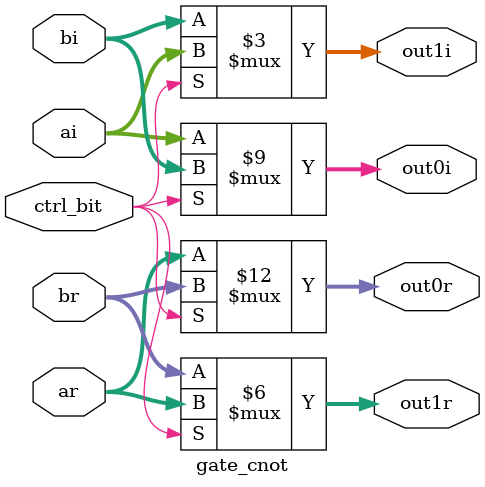
<source format=sv>
module gate_cnot(
    input  logic ctrl_bit,
    input  logic signed [15:0] ar, ai, br, bi,
    output logic signed [15:0] out0r, out0i, out1r, out1i
);
    always_comb begin
        if (ctrl_bit) begin
            out0r = br; out0i = bi;
            out1r = ar; out1i = ai;
        end else begin
            out0r = ar; out0i = ai;
            out1r = br; out1i = bi;
        end
    end
endmodule

</source>
